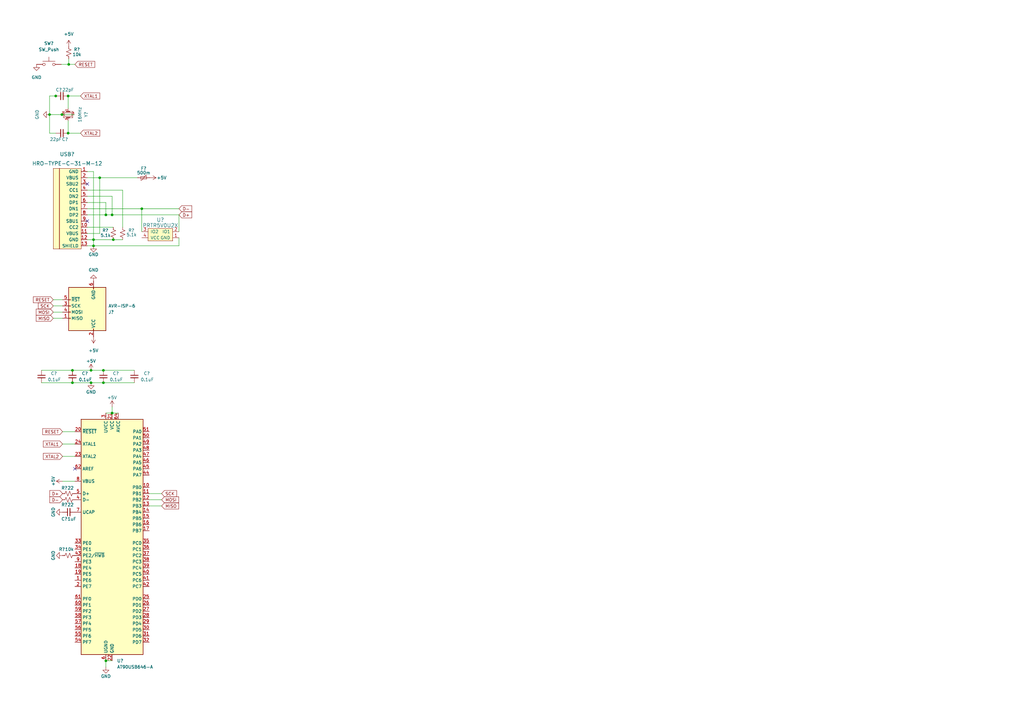
<source format=kicad_sch>
(kicad_sch (version 20211123) (generator eeschema)
  (paper "A3")
  (lib_symbols
    (symbol "Connector:AVR-ISP-6" (pin_names (offset 1.016))
      (property "Reference" "J" (at -6.35 11.43 0))
      (property "Value" "AVR-ISP-6" (at 0 11.43 0))
      (symbol "AVR-ISP-6_0_1"
        (rectangle (start -2.667 -6.858) (end -2.413 -7.62))
        (rectangle (start -2.667 10.16) (end -2.413 9.398))
        (rectangle (start 7.62 -2.413) (end 6.858 -2.667))
        (rectangle (start 7.62 0.127) (end 6.858 -0.127))
        (rectangle (start 7.62 2.667) (end 6.858 2.413))
        (rectangle (start 7.62 5.207) (end 6.858 4.953))
        (rectangle (start 7.62 10.16) (end -7.62 -7.62) (stroke (width 0.254)) (fill (type background)))
      )
      (symbol "AVR-ISP-6_1_1"
        (pin passive line (at 10.16 5.08 180) (length 2.54) (name "MISO") (number "1"))
        (pin passive line (at -2.54 12.7 270) (length 2.54) (name "VCC") (number "2"))
        (pin passive line (at 10.16 0 180) (length 2.54) (name "SCK") (number "3"))
        (pin passive line (at 10.16 2.54 180) (length 2.54) (name "MOSI") (number "4"))
        (pin passive line (at 10.16 -2.54 180) (length 2.54) (name "~{RST}") (number "5"))
        (pin passive line (at -2.54 -10.16 90) (length 2.54) (name "GND") (number "6"))
      )
    )
    (symbol "Device:C_Small" (pin_numbers hide) (pin_names (offset 0.254) hide)
      (property "Reference" "C" (at 0.254 1.778 0))
      (property "Value" "C_Small" (at 0.254 -2.032 0))
      (symbol "C_Small_0_1"
        (polyline (pts (xy -1.524 -0.508) (xy 1.524 -0.508)) (stroke (width 0.3302)))
        (polyline (pts (xy -1.524 0.508) (xy 1.524 0.508)) (stroke (width 0.3048)))
      )
      (symbol "C_Small_1_1"
        (pin passive line (at 0 2.54 270) (length 2.032) (name "~") (number "1"))
        (pin passive line (at 0 -2.54 90) (length 2.032) (name "~") (number "2"))
      )
    )
    (symbol "Device:Crystal_GND24_Small" (pin_names (offset 1.016) hide)
      (property "Reference" "Y" (at 1.27 4.445 0))
      (property "Value" "Crystal_GND24_Small" (at 1.27 2.54 0))
      (symbol "Crystal_GND24_Small_0_1"
        (rectangle (start -0.762 -1.524) (end 0.762 1.524))
        (polyline (pts (xy -1.27 -0.762) (xy -1.27 0.762)) (stroke (width 0.381)))
        (polyline (pts (xy 1.27 -0.762) (xy 1.27 0.762)) (stroke (width 0.381)))
        (polyline (pts (xy -1.27 -1.27) (xy -1.27 -1.905) (xy 1.27 -1.905) (xy 1.27 -1.27)))
        (polyline (pts (xy -1.27 1.27) (xy -1.27 1.905) (xy 1.27 1.905) (xy 1.27 1.27)))
      )
      (symbol "Crystal_GND24_Small_1_1"
        (pin passive line (at -2.54 0 0) (length 1.27) (name "1") (number "1"))
        (pin passive line (at 0 -2.54 90) (length 0.635) (name "2") (number "2"))
        (pin passive line (at 2.54 0 180) (length 1.27) (name "3") (number "3"))
        (pin passive line (at 0 2.54 270) (length 0.635) (name "4") (number "4"))
      )
    )
    (symbol "Device:Polyfuse_Small" (pin_numbers hide) (pin_names (offset 0))
      (property "Reference" "F" (at -1.905 0 90))
      (property "Value" "Polyfuse_Small" (at 1.905 0 90))
      (symbol "Polyfuse_Small_0_1"
        (rectangle (start -0.508 1.27) (end 0.508 -1.27))
        (polyline (pts (xy 0 2.54) (xy 0 -2.54)))
        (polyline (pts (xy -1.016 1.27) (xy -1.016 0.762) (xy 1.016 -0.762) (xy 1.016 -1.27)))
      )
      (symbol "Polyfuse_Small_1_1"
        (pin passive line (at 0 2.54 270) (length 0.635) (name "~") (number "1"))
        (pin passive line (at 0 -2.54 90) (length 0.635) (name "~") (number "2"))
      )
    )
    (symbol "Device:R_Small_US" (pin_numbers hide) (pin_names (offset 0.254) hide)
      (property "Reference" "R" (at 0.762 0.508 0))
      (property "Value" "R_Small_US" (at 0.762 -1.016 0))
      (symbol "R_Small_US_1_1"
        (polyline (pts (xy 0 0) (xy 1.016 -0.381) (xy 0 -0.762) (xy -1.016 -1.143) (xy 0 -1.524)))
        (polyline (pts (xy 0 1.524) (xy 1.016 1.143) (xy 0 0.762) (xy -1.016 0.381) (xy 0 0)))
        (pin passive line (at 0 2.54 270) (length 1.016) (name "~") (number "1"))
        (pin passive line (at 0 -2.54 90) (length 1.016) (name "~") (number "2"))
      )
    )
    (symbol "MCU_Microchip_AVR:AT90USB646-A"
      (property "Reference" "U" (at -12.7 49.53 0))
      (property "Value" "AT90USB646-A" (at 2.54 -49.53 0))
      (symbol "AT90USB646-A_0_1"
        (rectangle (start -12.7 -48.26) (end 12.7 48.26) (stroke (width 0.254)) (fill (type background)))
      )
      (symbol "AT90USB646-A_1_1"
        (pin bidirectional line (at -15.24 -17.78 0) (length 2.54) (name "PE6") (number "1"))
        (pin bidirectional line (at 15.24 20.32 180) (length 2.54) (name "PB0") (number "10"))
        (pin bidirectional line (at 15.24 17.78 180) (length 2.54) (name "PB1") (number "11"))
        (pin bidirectional line (at 15.24 15.24 180) (length 2.54) (name "PB2") (number "12"))
        (pin bidirectional line (at 15.24 12.7 180) (length 2.54) (name "PB3") (number "13"))
        (pin bidirectional line (at 15.24 10.16 180) (length 2.54) (name "PB4") (number "14"))
        (pin bidirectional line (at 15.24 7.62 180) (length 2.54) (name "PB5") (number "15"))
        (pin bidirectional line (at 15.24 5.08 180) (length 2.54) (name "PB6") (number "16"))
        (pin bidirectional line (at 15.24 2.54 180) (length 2.54) (name "PB7") (number "17"))
        (pin bidirectional line (at -15.24 -12.7 0) (length 2.54) (name "PE4") (number "18"))
        (pin bidirectional line (at -15.24 -15.24 0) (length 2.54) (name "PE5") (number "19"))
        (pin bidirectional line (at -15.24 -20.32 0) (length 2.54) (name "PE7") (number "2"))
        (pin input line (at -15.24 43.18 0) (length 2.54) (name "~{RESET}") (number "20"))
        (pin power_in line (at 0 50.8 270) (length 2.54) (name "VCC") (number "21"))
        (pin power_in line (at 0 -50.8 90) (length 2.54) (name "GND") (number "22"))
        (pin output line (at -15.24 33.02 0) (length 2.54) (name "XTAL2") (number "23"))
        (pin input line (at -15.24 38.1 0) (length 2.54) (name "XTAL1") (number "24"))
        (pin bidirectional line (at 15.24 -25.4 180) (length 2.54) (name "PD0") (number "25"))
        (pin bidirectional line (at 15.24 -27.94 180) (length 2.54) (name "PD1") (number "26"))
        (pin bidirectional line (at 15.24 -30.48 180) (length 2.54) (name "PD2") (number "27"))
        (pin bidirectional line (at 15.24 -33.02 180) (length 2.54) (name "PD3") (number "28"))
        (pin bidirectional line (at 15.24 -35.56 180) (length 2.54) (name "PD4") (number "29"))
        (pin power_in line (at -2.54 50.8 270) (length 2.54) (name "UVCC") (number "3"))
        (pin bidirectional line (at 15.24 -38.1 180) (length 2.54) (name "PD5") (number "30"))
        (pin bidirectional line (at 15.24 -40.64 180) (length 2.54) (name "PD6") (number "31"))
        (pin bidirectional line (at 15.24 -43.18 180) (length 2.54) (name "PD7") (number "32"))
        (pin bidirectional line (at -15.24 -2.54 0) (length 2.54) (name "PE0") (number "33"))
        (pin bidirectional line (at -15.24 -5.08 0) (length 2.54) (name "PE1") (number "34"))
        (pin bidirectional line (at 15.24 -2.54 180) (length 2.54) (name "PC0") (number "35"))
        (pin bidirectional line (at 15.24 -5.08 180) (length 2.54) (name "PC1") (number "36"))
        (pin bidirectional line (at 15.24 -7.62 180) (length 2.54) (name "PC2") (number "37"))
        (pin bidirectional line (at 15.24 -10.16 180) (length 2.54) (name "PC3") (number "38"))
        (pin bidirectional line (at 15.24 -12.7 180) (length 2.54) (name "PC4") (number "39"))
        (pin bidirectional line (at -15.24 15.24 0) (length 2.54) (name "D-") (number "4"))
        (pin bidirectional line (at 15.24 -15.24 180) (length 2.54) (name "PC5") (number "40"))
        (pin bidirectional line (at 15.24 -17.78 180) (length 2.54) (name "PC6") (number "41"))
        (pin bidirectional line (at 15.24 -20.32 180) (length 2.54) (name "PC7") (number "42"))
        (pin bidirectional line (at -15.24 -7.62 0) (length 2.54) (name "PE2/~{HWB}") (number "43"))
        (pin bidirectional line (at 15.24 25.4 180) (length 2.54) (name "PA7") (number "44"))
        (pin bidirectional line (at 15.24 27.94 180) (length 2.54) (name "PA6") (number "45"))
        (pin bidirectional line (at 15.24 30.48 180) (length 2.54) (name "PA5") (number "46"))
        (pin bidirectional line (at 15.24 33.02 180) (length 2.54) (name "PA4") (number "47"))
        (pin bidirectional line (at 15.24 35.56 180) (length 2.54) (name "PA3") (number "48"))
        (pin bidirectional line (at 15.24 38.1 180) (length 2.54) (name "PA2") (number "49"))
        (pin bidirectional line (at -15.24 17.78 0) (length 2.54) (name "D+") (number "5"))
        (pin bidirectional line (at 15.24 40.64 180) (length 2.54) (name "PA1") (number "50"))
        (pin bidirectional line (at 15.24 43.18 180) (length 2.54) (name "PA0") (number "51"))
        (pin passive line (at 0 50.8 270) (length 2.54) hide (name "VCC") (number "52"))
        (pin passive line (at 0 -50.8 90) (length 2.54) hide (name "GND") (number "53"))
        (pin bidirectional line (at -15.24 -43.18 0) (length 2.54) (name "PF7") (number "54"))
        (pin bidirectional line (at -15.24 -40.64 0) (length 2.54) (name "PF6") (number "55"))
        (pin bidirectional line (at -15.24 -38.1 0) (length 2.54) (name "PF5") (number "56"))
        (pin bidirectional line (at -15.24 -35.56 0) (length 2.54) (name "PF4") (number "57"))
        (pin bidirectional line (at -15.24 -33.02 0) (length 2.54) (name "PF3") (number "58"))
        (pin bidirectional line (at -15.24 -30.48 0) (length 2.54) (name "PF2") (number "59"))
        (pin power_in line (at -2.54 -50.8 90) (length 2.54) (name "UGND") (number "6"))
        (pin bidirectional line (at -15.24 -27.94 0) (length 2.54) (name "PF1") (number "60"))
        (pin bidirectional line (at -15.24 -25.4 0) (length 2.54) (name "PF0") (number "61"))
        (pin passive line (at -15.24 27.94 0) (length 2.54) (name "AREF") (number "62"))
        (pin passive line (at 0 -50.8 90) (length 2.54) hide (name "GND") (number "63"))
        (pin power_in line (at 2.54 50.8 270) (length 2.54) (name "AVCC") (number "64"))
        (pin passive line (at -15.24 10.16 0) (length 2.54) (name "UCAP") (number "7"))
        (pin input line (at -15.24 22.86 0) (length 2.54) (name "VBUS") (number "8"))
        (pin bidirectional line (at -15.24 -10.16 0) (length 2.54) (name "PE3") (number "9"))
      )
    )
    (symbol "Switch:SW_Push" (pin_numbers hide) (pin_names (offset 1.016) hide)
      (property "Reference" "SW" (at 1.27 2.54 0))
      (property "Value" "SW_Push" (at 0 -1.524 0))
      (symbol "SW_Push_0_1"
        (circle (center -2.032 0) (radius 0.508))
        (polyline (pts (xy 0 1.27) (xy 0 3.048)))
        (polyline (pts (xy 2.54 1.27) (xy -2.54 1.27)))
        (circle (center 2.032 0) (radius 0.508))
        (pin passive line (at -5.08 0 0) (length 2.54) (name "1") (number "1"))
        (pin passive line (at 5.08 0 180) (length 2.54) (name "2") (number "2"))
      )
    )
    (symbol "Type-C:HRO-TYPE-C-31-M-12" (pin_names (offset 1.016))
      (property "Reference" "USB" (at -5.08 16.51 0))
      (property "Value" "HRO-TYPE-C-31-M-12" (at -10.16 -1.27 90))
      (symbol "HRO-TYPE-C-31-M-12_0_1"
        (rectangle (start -11.43 15.24) (end -8.89 -17.78) (fill (type background)))
        (rectangle (start 0 -17.78) (end -8.89 15.24) (fill (type background)))
      )
      (symbol "HRO-TYPE-C-31-M-12_1_1"
        (pin input line (at 2.54 13.97 180) (length 2.54) (name "GND") (number "1"))
        (pin input line (at 2.54 -8.89 180) (length 2.54) (name "CC2") (number "10"))
        (pin input line (at 2.54 -11.43 180) (length 2.54) (name "VBUS") (number "11"))
        (pin input line (at 2.54 -13.97 180) (length 2.54) (name "GND") (number "12"))
        (pin input line (at 2.54 -16.51 180) (length 2.54) (name "SHIELD") (number "13"))
        (pin input line (at 2.54 11.43 180) (length 2.54) (name "VBUS") (number "2"))
        (pin input line (at 2.54 8.89 180) (length 2.54) (name "SBU2") (number "3"))
        (pin input line (at 2.54 6.35 180) (length 2.54) (name "CC1") (number "4"))
        (pin input line (at 2.54 3.81 180) (length 2.54) (name "DN2") (number "5"))
        (pin input line (at 2.54 1.27 180) (length 2.54) (name "DP1") (number "6"))
        (pin input line (at 2.54 -1.27 180) (length 2.54) (name "DN1") (number "7"))
        (pin input line (at 2.54 -3.81 180) (length 2.54) (name "DP2") (number "8"))
        (pin input line (at 2.54 -6.35 180) (length 2.54) (name "SBU1") (number "9"))
      )
    )
    (symbol "power:+5V" (power) (pin_names (offset 0))
      (property "Value" "+5V" (at 0 3.556 0))
      (symbol "+5V_0_1"
        (polyline (pts (xy -0.762 1.27) (xy 0 2.54)))
        (polyline (pts (xy 0 0) (xy 0 2.54)))
        (polyline (pts (xy 0 2.54) (xy 0.762 1.27)))
      )
      (symbol "+5V_1_1"
        (pin power_in line (at 0 0 90) (length 0) hide (name "+5V") (number "1"))
      )
    )
    (symbol "power:GND" (power) (pin_names (offset 0))
      (property "Value" "GND" (at 0 -3.81 0))
      (symbol "GND_0_1"
        (polyline (pts (xy 0 0) (xy 0 -1.27) (xy 1.27 -1.27) (xy 0 -2.54) (xy -1.27 -1.27) (xy 0 -1.27)))
      )
      (symbol "GND_1_1"
        (pin power_in line (at 0 0 270) (length 0) hide (name "GND") (number "1"))
      )
    )
    (symbol "random-keyboard-parts:PRTR5V0U2X" (pin_names (offset 1.016))
      (property "Reference" "U" (at 0 3.81 0))
      (property "Value" "PRTR5V0U2X" (at 0 -3.81 0))
      (symbol "PRTR5V0U2X_0_1"
        (rectangle (start -5.08 2.54) (end 5.08 -2.54) (fill (type background)))
      )
      (symbol "PRTR5V0U2X_1_1"
        (pin input line (at -7.62 1.27 0) (length 2.54) (name "GND") (number "1"))
        (pin input line (at -7.62 -1.27 0) (length 2.54) (name "IO1") (number "2"))
        (pin input line (at 7.62 -1.27 180) (length 2.54) (name "IO2") (number "3"))
        (pin input line (at 7.62 1.27 180) (length 2.54) (name "VCC") (number "4"))
      )
    )
  )
  (junction (at 43.434 88.138))
  (junction (at 42.418 151.892))
  (junction (at 40.894 72.898))
  (junction (at 45.974 88.138))
  (junction (at 45.974 169.418))
  (junction (at 27.94 39.37))
  (junction (at 46.482 98.298))
  (junction (at 58.166 85.598))
  (junction (at 37.338 151.892))
  (junction (at 28.194 26.416))
  (junction (at 42.418 156.972))
  (junction (at 25.4 46.99))
  (junction (at 37.338 156.972))
  (junction (at 29.718 151.892))
  (junction (at 20.32 46.99))
  (junction (at 27.94 54.61))
  (junction (at 38.354 100.838))
  (junction (at 43.434 271.018))
  (junction (at 29.718 156.972))
  (junction (at 38.354 98.298))
  (junction (at 22.86 39.37))
  (no_connect (at 30.734 192.278))
  (no_connect (at 35.814 75.438))
  (no_connect (at 35.814 90.678))
  (wire (pts (xy 43.434 83.058) (xy 43.434 88.138)))
  (wire (pts (xy 40.894 72.898) (xy 56.388 72.898)))
  (wire (pts (xy 50.292 77.978) (xy 35.814 77.978)))
  (wire (pts (xy 30.48 46.99) (xy 25.4 46.99)))
  (wire (pts (xy 35.814 83.058) (xy 43.434 83.058)))
  (wire (pts (xy 17.018 151.892) (xy 29.718 151.892)))
  (wire (pts (xy 37.338 156.972) (xy 42.418 156.972)))
  (wire (pts (xy 35.814 93.218) (xy 46.482 93.218)))
  (wire (pts (xy 73.406 88.138) (xy 73.406 94.996)))
  (wire (pts (xy 35.814 85.598) (xy 58.166 85.598)))
  (wire (pts (xy 33.02 39.37) (xy 27.94 39.37)))
  (wire (pts (xy 25.654 122.936) (xy 21.844 122.936)))
  (wire (pts (xy 45.974 169.418) (xy 48.514 169.418)))
  (wire (pts (xy 45.974 166.878) (xy 45.974 169.418)))
  (wire (pts (xy 22.86 39.37) (xy 20.32 39.37)))
  (wire (pts (xy 61.214 204.978) (xy 66.294 204.978)))
  (wire (pts (xy 29.718 151.892) (xy 37.338 151.892)))
  (wire (pts (xy 25.4 46.99) (xy 20.32 46.99)))
  (wire (pts (xy 35.814 80.518) (xy 45.974 80.518)))
  (wire (pts (xy 61.214 207.518) (xy 66.294 207.518)))
  (wire (pts (xy 38.354 98.298) (xy 38.354 100.838)))
  (wire (pts (xy 73.406 97.536) (xy 73.406 100.838)))
  (wire (pts (xy 20.32 54.61) (xy 22.86 54.61)))
  (wire (pts (xy 35.814 88.138) (xy 43.434 88.138)))
  (wire (pts (xy 58.166 85.598) (xy 58.166 94.996)))
  (wire (pts (xy 37.338 151.892) (xy 42.418 151.892)))
  (wire (pts (xy 42.418 156.972) (xy 55.118 156.972)))
  (wire (pts (xy 25.654 177.038) (xy 30.734 177.038)))
  (wire (pts (xy 38.354 70.358) (xy 38.354 98.298)))
  (wire (pts (xy 38.354 100.838) (xy 35.814 100.838)))
  (wire (pts (xy 42.418 151.892) (xy 55.118 151.892)))
  (wire (pts (xy 25.146 26.416) (xy 28.194 26.416)))
  (wire (pts (xy 27.94 39.37) (xy 27.94 44.45)))
  (wire (pts (xy 38.608 98.298) (xy 46.482 98.298)))
  (wire (pts (xy 43.434 88.138) (xy 45.974 88.138)))
  (wire (pts (xy 33.02 54.61) (xy 27.94 54.61)))
  (wire (pts (xy 46.482 98.298) (xy 50.292 98.298)))
  (wire (pts (xy 28.194 24.13) (xy 28.194 26.416)))
  (wire (pts (xy 25.654 128.016) (xy 21.844 128.016)))
  (wire (pts (xy 25.654 197.358) (xy 30.734 197.358)))
  (wire (pts (xy 45.974 88.138) (xy 73.406 88.138)))
  (wire (pts (xy 35.814 98.298) (xy 38.354 98.298)))
  (wire (pts (xy 25.654 125.476) (xy 21.844 125.476)))
  (wire (pts (xy 29.718 156.972) (xy 37.338 156.972)))
  (wire (pts (xy 20.32 39.37) (xy 20.32 46.99)))
  (wire (pts (xy 35.814 72.898) (xy 40.894 72.898)))
  (wire (pts (xy 61.214 202.438) (xy 66.294 202.438)))
  (wire (pts (xy 35.814 95.758) (xy 40.894 95.758)))
  (wire (pts (xy 58.166 85.598) (xy 73.406 85.598)))
  (wire (pts (xy 25.654 130.556) (xy 21.844 130.556)))
  (wire (pts (xy 25.654 187.198) (xy 30.734 187.198)))
  (wire (pts (xy 17.018 156.972) (xy 29.718 156.972)))
  (wire (pts (xy 50.292 77.978) (xy 50.292 93.218)))
  (wire (pts (xy 43.434 271.018) (xy 45.974 271.018)))
  (wire (pts (xy 43.434 169.418) (xy 45.974 169.418)))
  (wire (pts (xy 25.654 182.118) (xy 30.734 182.118)))
  (wire (pts (xy 27.94 49.53) (xy 27.94 54.61)))
  (wire (pts (xy 73.406 100.838) (xy 38.354 100.838)))
  (wire (pts (xy 43.434 271.018) (xy 43.434 273.558)))
  (wire (pts (xy 35.814 70.358) (xy 38.354 70.358)))
  (wire (pts (xy 45.974 80.518) (xy 45.974 88.138)))
  (wire (pts (xy 20.32 46.99) (xy 20.32 54.61)))
  (wire (pts (xy 28.194 26.416) (xy 30.734 26.416)))
  (wire (pts (xy 40.894 95.758) (xy 40.894 72.898)))
  (wire (pts (xy 23.114 39.37) (xy 22.86 39.37)))
  (global_label "MOSI" (shape input) (at 21.844 128.016 180) (property "Intersheet References" "${INTERSHEET_REFS}" (effects hide)))
  (global_label "RESET" (shape input) (at 21.844 122.936 180) (property "Intersheet References" "${INTERSHEET_REFS}" (effects hide)))
  (global_label "SCK" (shape input) (at 66.294 202.438 0) (property "Intersheet References" "${INTERSHEET_REFS}" (effects hide)))
  (global_label "XTAL2" (shape input) (at 33.02 54.61 0) (property "Intersheet References" "${INTERSHEET_REFS}" (effects hide)))
  (global_label "XTAL1" (shape input) (at 25.654 182.118 180) (property "Intersheet References" "${INTERSHEET_REFS}" (effects hide)))
  (global_label "MOSI" (shape input) (at 66.294 204.978 0) (property "Intersheet References" "${INTERSHEET_REFS}" (effects hide)))
  (global_label "D+" (shape input) (at 73.406 88.138 0) (property "Intersheet References" "${INTERSHEET_REFS}" (effects hide)))
  (global_label "D-" (shape input) (at 25.654 204.978 180) (property "Intersheet References" "${INTERSHEET_REFS}" (effects hide)))
  (global_label "XTAL1" (shape input) (at 33.02 39.37 0) (property "Intersheet References" "${INTERSHEET_REFS}" (effects hide)))
  (global_label "SCK" (shape input) (at 21.844 125.476 180) (property "Intersheet References" "${INTERSHEET_REFS}" (effects hide)))
  (global_label "XTAL2" (shape input) (at 25.654 187.198 180) (property "Intersheet References" "${INTERSHEET_REFS}" (effects hide)))
  (global_label "D-" (shape input) (at 73.406 85.598 0) (property "Intersheet References" "${INTERSHEET_REFS}" (effects hide)))
  (global_label "RESET" (shape input) (at 30.734 26.416 0) (property "Intersheet References" "${INTERSHEET_REFS}" (effects hide)))
  (global_label "MISO" (shape input) (at 66.294 207.518 0) (property "Intersheet References" "${INTERSHEET_REFS}" (effects hide)))
  (global_label "RESET" (shape input) (at 25.654 177.038 180) (property "Intersheet References" "${INTERSHEET_REFS}" (effects hide)))
  (global_label "MISO" (shape input) (at 21.844 130.556 180) (property "Intersheet References" "${INTERSHEET_REFS}" (effects hide)))
  (global_label "D+" (shape input) (at 25.654 202.438 180) (property "Intersheet References" "${INTERSHEET_REFS}" (effects hide)))
  (symbol (lib_id "Device:C_Small") (at 42.418 154.432 0) (unit 1)
    (property "Reference" "C?" (at 46.228 153.162 0) (effects (justify left)))
    (property "Value" "0.1uF" (at 44.958 155.7082 0) (effects (justify left)))
  )
  (symbol (lib_id "Device:R_Small_US") (at 28.194 204.978 270) (unit 1)
    (property "Reference" "R?" (at 26.416 207.01 90))
    (property "Value" "22" (at 28.956 207.01 90))
  )
  (symbol (lib_id "power:GND") (at 25.654 227.838 270) (unit 1)
    (property "Reference" "#PWR?" (effects hide))
    (property "Value" "GND" (at 21.844 227.838 0))
  )
  (symbol (lib_id "Device:C_Small") (at 25.4 39.37 270) (unit 1)
    (property "Reference" "C?" (at 24.13 36.83 90))
    (property "Value" "22pF" (at 27.94 36.83 90))
  )
  (symbol (lib_id "Device:R_Small_US") (at 28.194 21.59 0) (unit 1)
    (property "Reference" "R?" (at 30.226 20.32 0) (effects (justify left)))
    (property "Value" "10k" (at 29.718 22.352 0) (effects (justify left)))
  )
  (symbol (lib_id "Device:R_Small_US") (at 28.194 202.438 90) (unit 1)
    (property "Reference" "R?" (at 26.416 200.152 90))
    (property "Value" "22" (at 28.956 200.152 90))
  )
  (symbol (lib_id "random-keyboard-parts:PRTR5V0U2X") (at 65.786 96.266 180) (unit 1)
    (property "Reference" "U?" (at 65.786 90.17 0) (effects (font (size 1.524 1.524))))
    (property "Value" "PRTR5V0U2X" (at 65.786 92.456 0) (effects (font (size 1.524 1.524))))
  )
  (symbol (lib_id "Device:R_Small_US") (at 28.194 227.838 90) (unit 1)
    (property "Reference" "R?" (at 25.4 225.298 90))
    (property "Value" "10k" (at 28.448 225.298 90))
  )
  (symbol (lib_id "Device:Polyfuse_Small") (at 58.928 72.898 90) (unit 1)
    (property "Reference" "F?" (at 58.928 69.088 90))
    (property "Value" "500m" (at 58.928 70.866 90))
  )
  (symbol (lib_id "Device:C_Small") (at 29.718 154.432 0) (unit 1)
    (property "Reference" "C?" (at 33.528 153.162 0) (effects (justify left)))
    (property "Value" "0.1uF" (at 32.258 155.7082 0) (effects (justify left)))
  )
  (symbol (lib_id "power:+5V") (at 28.194 19.05 0) (unit 1)
    (property "Reference" "#PWR?" (effects hide))
    (property "Value" "+5V" (at 28.194 13.97 0))
  )
  (symbol (lib_id "Device:R_Small_US") (at 46.482 95.758 0) (unit 1)
    (property "Reference" "R?" (at 41.91 94.488 0) (effects (justify left)))
    (property "Value" "5.1k" (at 41.148 96.52 0) (effects (justify left)))
  )
  (symbol (lib_id "MCU_Microchip_AVR:AT90USB646-A") (at 45.974 220.218 0) (unit 1)
    (property "Reference" "U?" (at 47.9934 271.018 0) (effects (justify left)))
    (property "Value" "AT90USB646-A" (at 47.9934 273.558 0) (effects (justify left)))
    (property "Footprint" "Package_QFP:TQFP-64_14x14mm_P0.8mm" (effects hide))
    (property "Datasheet" "http://ww1.microchip.com/downloads/en/DeviceDoc/doc7593.pdf" (effects hide))
  )
  (symbol (lib_id "power:+5V") (at 45.974 166.878 0) (unit 1)
    (property "Reference" "#PWR?" (effects hide))
    (property "Value" "+5V" (at 45.974 163.068 0))
  )
  (symbol (lib_id "Type-C:HRO-TYPE-C-31-M-12") (at 33.274 84.328 0) (unit 1)
    (property "Reference" "USB?" (at 27.559 63.246 0) (effects (font (size 1.524 1.524))))
    (property "Value" "HRO-TYPE-C-31-M-12" (at 27.559 67.056 0) (effects (font (size 1.524 1.524))))
  )
  (symbol (lib_id "Switch:SW_Push") (at 20.066 26.416 0) (unit 1)
    (property "Reference" "SW?" (at 20.066 17.78 0))
    (property "Value" "SW_Push" (at 20.066 20.32 0))
  )
  (symbol (lib_id "power:GND") (at 14.986 26.416 0) (unit 1)
    (property "Reference" "#PWR?" (effects hide))
    (property "Value" "GND" (at 14.986 31.75 0))
  )
  (symbol (lib_id "power:+5V") (at 38.354 138.176 180) (unit 1)
    (property "Reference" "#PWR?" (effects hide))
    (property "Value" "+5V" (at 38.354 143.764 0))
  )
  (symbol (lib_id "Device:R_Small_US") (at 50.292 95.758 0) (unit 1)
    (property "Reference" "R?" (at 52.578 94.488 0) (effects (justify left)))
    (property "Value" "5.1k" (at 51.816 96.266 0) (effects (justify left)))
  )
  (symbol (lib_id "power:GND") (at 20.32 46.99 270) (unit 1)
    (property "Reference" "#PWR?" (effects hide))
    (property "Value" "GND" (at 15.24 46.99 0))
  )
  (symbol (lib_id "power:GND") (at 38.354 115.316 180) (unit 1)
    (property "Reference" "#PWR?" (effects hide))
    (property "Value" "GND" (at 38.354 110.744 0))
  )
  (symbol (lib_id "power:GND") (at 43.434 273.558 0) (unit 1)
    (property "Reference" "#PWR?" (effects hide))
    (property "Value" "GND" (at 43.434 277.368 0))
  )
  (symbol (lib_id "power:GND") (at 38.354 100.838 0) (unit 1)
    (property "Reference" "#PWR?" (effects hide))
    (property "Value" "GND" (at 38.354 104.394 0))
  )
  (symbol (lib_id "Device:C_Small") (at 28.194 210.058 90) (unit 1)
    (property "Reference" "C?" (at 26.416 212.852 90))
    (property "Value" "1uF" (at 29.464 212.852 90))
  )
  (symbol (lib_id "power:+5V") (at 61.468 72.898 270) (unit 1)
    (property "Reference" "#PWR?" (effects hide))
    (property "Value" "+5V" (at 64.262 72.898 90) (effects (justify left)))
  )
  (symbol (lib_id "Device:C_Small") (at 25.4 54.61 270) (unit 1)
    (property "Reference" "C?" (at 26.67 57.15 90))
    (property "Value" "22pF" (at 22.86 57.15 90))
  )
  (symbol (lib_id "Device:C_Small") (at 55.118 154.432 0) (unit 1)
    (property "Reference" "C?" (at 58.928 153.162 0) (effects (justify left)))
    (property "Value" "0.1uF" (at 57.658 155.7082 0) (effects (justify left)))
  )
  (symbol (lib_id "Device:Crystal_GND24_Small") (at 27.94 46.99 270) (unit 1)
    (property "Reference" "Y?" (at 35.306 46.99 0))
    (property "Value" "16MHz" (at 32.766 46.99 0))
  )
  (symbol (lib_id "Connector:AVR-ISP-6") (at 35.814 125.476 180) (unit 1)
    (property "Reference" "J?" (at 44.45 128.0161 0) (effects (justify right)))
    (property "Value" "AVR-ISP-6" (at 44.45 125.4761 0) (effects (justify right)))
    (property "Datasheet" " ~" (effects hide))
  )
  (symbol (lib_id "power:GND") (at 25.654 210.058 270) (unit 1)
    (property "Reference" "#PWR?" (effects hide))
    (property "Value" "GND" (at 21.844 210.058 0))
  )
  (symbol (lib_id "power:GND") (at 37.338 156.972 0) (unit 1)
    (property "Reference" "#PWR?" (effects hide))
    (property "Value" "GND" (at 37.338 160.782 0))
  )
  (symbol (lib_id "power:+5V") (at 37.338 151.892 0) (unit 1)
    (property "Reference" "#PWR?" (effects hide))
    (property "Value" "+5V" (at 37.338 148.082 0))
  )
  (symbol (lib_id "power:+5V") (at 25.654 197.358 90) (unit 1)
    (property "Reference" "#PWR?" (effects hide))
    (property "Value" "+5V" (at 21.844 197.358 0))
  )
  (symbol (lib_id "Device:C_Small") (at 17.018 154.432 0) (unit 1)
    (property "Reference" "C?" (at 20.828 153.162 0) (effects (justify left)))
    (property "Value" "0.1uF" (at 19.558 155.7082 0) (effects (justify left)))
  )
)
</source>
